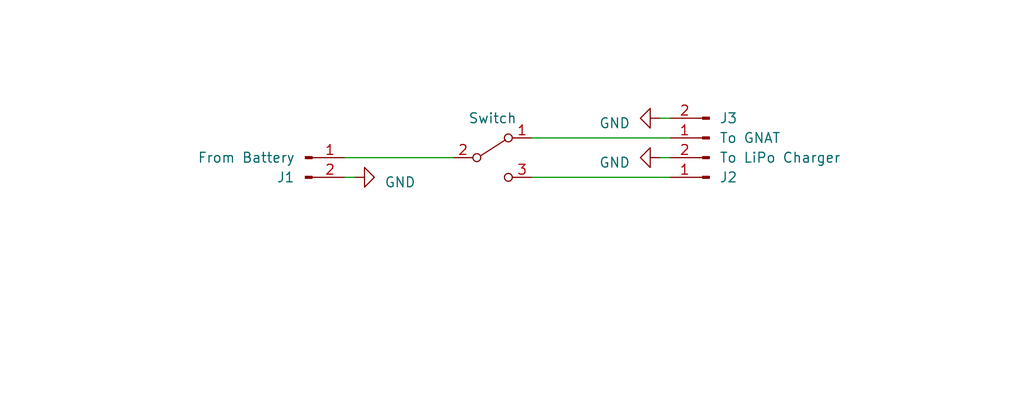
<source format=kicad_sch>
(kicad_sch (version 20230121) (generator eeschema)
  (paper "User" 132.004 54.0004)
  (lib_symbols
    (symbol "Connector:Conn_01x02_Pin" (pin_names (offset 1.016) hide)
      (property "Reference" "J" (at 0 2.54 0))
      (property "Value" "Conn_01x02_Pin" (at 0 -5.08 0))
      (symbol "Conn_01x02_Pin_1_1"
        (polyline (pts (xy 1.27 -2.54) (xy 0.8636 -2.54)) (stroke (width 0.1524)))
        (polyline (pts (xy 1.27 0) (xy 0.8636 0)) (stroke (width 0.1524)))
        (rectangle (start 0.8636 -2.413) (end 0 -2.667) (stroke (width 0.1524)) (fill (type outline)))
        (rectangle (start 0.8636 0.127) (end 0 -0.127) (stroke (width 0.1524)) (fill (type outline)))
        (pin passive line (at 5.08 0 180) (length 3.81) (name "Pin_1") (number "1"))
        (pin passive line (at 5.08 -2.54 180) (length 3.81) (name "Pin_2") (number "2"))
      )
    )
    (symbol "Switch:SW_DPDT_x2" (pin_names (offset 0) hide)
      (property "Reference" "SW" (at 0 4.318 0))
      (property "Value" "SW_DPDT_x2" (at 0 -5.08 0))
      (symbol "SW_DPDT_x2_0_0"
        (circle (center -2.032 0) (radius 0.508))
        (circle (center 2.032 -2.54) (radius 0.508))
      )
      (symbol "SW_DPDT_x2_0_1"
        (polyline (pts (xy -1.524 0.254) (xy 1.651 2.286)))
        (circle (center 2.032 2.54) (radius 0.508))
      )
      (symbol "SW_DPDT_x2_1_1"
        (pin passive line (at 5.08 2.54 180) (length 2.54) (name "A") (number "1"))
        (pin passive line (at -5.08 0 0) (length 2.54) (name "B") (number "2"))
        (pin passive line (at 5.08 -2.54 180) (length 2.54) (name "C") (number "3"))
      )
      (symbol "SW_DPDT_x2_2_1"
        (pin passive line (at 5.08 2.54 180) (length 2.54) (name "A") (number "4"))
        (pin passive line (at -5.08 0 0) (length 2.54) (name "B") (number "5"))
        (pin passive line (at 5.08 -2.54 180) (length 2.54) (name "C") (number "6"))
      )
    )
    (symbol "power:GND" (power) (pin_names (offset 0))
      (property "Value" "GND" (at 0 -3.81 0))
      (symbol "GND_0_1"
        (polyline (pts (xy 0 0) (xy 0 -1.27) (xy 1.27 -1.27) (xy 0 -2.54) (xy -1.27 -1.27) (xy 0 -1.27)))
      )
      (symbol "GND_1_1"
        (pin power_in line (at 0 0 270) (length 0) hide (name "GND") (number "1"))
      )
    )
  )
  (wire (pts (xy 68.58 17.78) (xy 86.36 17.78)))
  (wire (pts (xy 68.58 22.86) (xy 86.36 22.86)))
  (wire (pts (xy 85.09 20.32) (xy 86.36 20.32)))
  (wire (pts (xy 85.09 15.24) (xy 86.36 15.24)))
  (wire (pts (xy 45.72 22.86) (xy 44.45 22.86)))
  (wire (pts (xy 44.45 20.32) (xy 58.42 20.32)))
  (symbol (lib_id "Switch:SW_DPDT_x2") (at 63.5 20.32 0) (unit 1)
    (property "Reference" "SW1" (effects hide))
    (property "Value" "Switch" (at 63.5 15.24 0))
    (property "Footprint" "1_MyCustomLibrary:SW_PCM12SMTR" (effects hide))
    (property "Datasheet" "https://4donline.ihs.com/images/VipMasterIC/IC/CKCI/CKCI-S-A0014392142/CKCI-S-A0014873756-1.pdf?hkey=6D3A4C79FDBF58556ACFDE234799DDF0" (effects hide))
  )
  (symbol (lib_id "power:GND") (at 85.09 20.32 270) (unit 1)
    (property "Reference" "#PWR03" (effects hide))
    (property "Value" "GND" (at 81.28 20.955 90) (effects (justify right)))
  )
  (symbol (lib_id "power:GND") (at 85.09 15.24 270) (unit 1)
    (property "Reference" "#PWR02" (effects hide))
    (property "Value" "GND" (at 81.28 15.875 90) (effects (justify right)))
  )
  (symbol (lib_id "Connector:Conn_01x02_Pin") (at 91.44 22.86 180) (unit 1)
    (property "Reference" "J2" (at 92.71 22.86 0) (effects (justify right)))
    (property "Value" "To LiPo Charger" (at 92.71 20.32 0) (effects (justify right)))
    (property "Footprint" "1_MyCustomLibrary:PinHeader_1x02_P2.54mm_Horizontal" (effects hide))
  )
  (symbol (lib_id "Connector:Conn_01x02_Pin") (at 39.37 20.32 0) (unit 1)
    (property "Reference" "J1" (at 36.83 22.86 0))
    (property "Value" "From Battery" (at 31.75 20.32 0))
    (property "Footprint" "1_MyCustomLibrary:Battery_Connector" (effects hide))
  )
  (symbol (lib_id "power:GND") (at 45.72 22.86 90) (unit 1)
    (property "Reference" "#PWR01" (effects hide))
    (property "Value" "GND" (at 49.53 23.495 90) (effects (justify right)))
  )
  (symbol (lib_id "Connector:Conn_01x02_Pin") (at 91.44 17.78 180) (unit 1)
    (property "Reference" "J3" (at 92.71 15.24 0) (effects (justify right)))
    (property "Value" "To GNAT" (at 92.71 17.78 0) (effects (justify right)))
    (property "Footprint" "1_MyCustomLibrary:Holes_2x1" (effects hide))
  )
)
</source>
